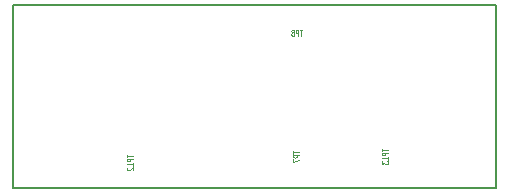
<source format=gbr>
G04 #@! TF.GenerationSoftware,KiCad,Pcbnew,(5.1.9)-1*
G04 #@! TF.CreationDate,2021-10-23T14:42:36-07:00*
G04 #@! TF.ProjectId,Buffer - Rev D,42756666-6572-4202-9d20-52657620442e,rev?*
G04 #@! TF.SameCoordinates,Original*
G04 #@! TF.FileFunction,Legend,Bot*
G04 #@! TF.FilePolarity,Positive*
%FSLAX46Y46*%
G04 Gerber Fmt 4.6, Leading zero omitted, Abs format (unit mm)*
G04 Created by KiCad (PCBNEW (5.1.9)-1) date 2021-10-23 14:42:36*
%MOMM*%
%LPD*%
G01*
G04 APERTURE LIST*
G04 #@! TA.AperFunction,Profile*
%ADD10C,0.200000*%
G04 #@! TD*
%ADD11C,0.063500*%
G04 APERTURE END LIST*
D10*
X126959360Y-92776040D02*
X126959360Y-108270040D01*
X167853360Y-92776040D02*
X126959360Y-92776040D01*
X167853360Y-108270040D02*
X167853360Y-92776040D01*
X126959360Y-108270040D02*
X167853360Y-108270040D01*
D11*
X151430445Y-94869549D02*
X151212731Y-94869549D01*
X151321588Y-95377549D02*
X151321588Y-94869549D01*
X151085731Y-95377549D02*
X151085731Y-94869549D01*
X150940588Y-94869549D01*
X150904302Y-94893740D01*
X150886160Y-94917930D01*
X150868017Y-94966311D01*
X150868017Y-95038882D01*
X150886160Y-95087263D01*
X150904302Y-95111454D01*
X150940588Y-95135644D01*
X151085731Y-95135644D01*
X150650302Y-95087263D02*
X150686588Y-95063073D01*
X150704731Y-95038882D01*
X150722874Y-94990501D01*
X150722874Y-94966311D01*
X150704731Y-94917930D01*
X150686588Y-94893740D01*
X150650302Y-94869549D01*
X150577731Y-94869549D01*
X150541445Y-94893740D01*
X150523302Y-94917930D01*
X150505160Y-94966311D01*
X150505160Y-94990501D01*
X150523302Y-95038882D01*
X150541445Y-95063073D01*
X150577731Y-95087263D01*
X150650302Y-95087263D01*
X150686588Y-95111454D01*
X150704731Y-95135644D01*
X150722874Y-95184025D01*
X150722874Y-95280787D01*
X150704731Y-95329168D01*
X150686588Y-95353359D01*
X150650302Y-95377549D01*
X150577731Y-95377549D01*
X150541445Y-95353359D01*
X150523302Y-95329168D01*
X150505160Y-95280787D01*
X150505160Y-95184025D01*
X150523302Y-95135644D01*
X150541445Y-95111454D01*
X150577731Y-95087263D01*
X136587169Y-105448825D02*
X136587169Y-105666540D01*
X137095169Y-105557682D02*
X136587169Y-105557682D01*
X137095169Y-105793540D02*
X136587169Y-105793540D01*
X136587169Y-105938682D01*
X136611360Y-105974968D01*
X136635550Y-105993111D01*
X136683931Y-106011254D01*
X136756502Y-106011254D01*
X136804883Y-105993111D01*
X136829074Y-105974968D01*
X136853264Y-105938682D01*
X136853264Y-105793540D01*
X137095169Y-106374111D02*
X137095169Y-106156397D01*
X137095169Y-106265254D02*
X136587169Y-106265254D01*
X136659740Y-106228968D01*
X136708121Y-106192682D01*
X136732312Y-106156397D01*
X136635550Y-106519254D02*
X136611360Y-106537397D01*
X136587169Y-106573682D01*
X136587169Y-106664397D01*
X136611360Y-106700682D01*
X136635550Y-106718825D01*
X136683931Y-106736968D01*
X136732312Y-106736968D01*
X136804883Y-106718825D01*
X137095169Y-106501111D01*
X137095169Y-106736968D01*
X158177169Y-104940825D02*
X158177169Y-105158540D01*
X158685169Y-105049682D02*
X158177169Y-105049682D01*
X158685169Y-105285540D02*
X158177169Y-105285540D01*
X158177169Y-105430682D01*
X158201360Y-105466968D01*
X158225550Y-105485111D01*
X158273931Y-105503254D01*
X158346502Y-105503254D01*
X158394883Y-105485111D01*
X158419074Y-105466968D01*
X158443264Y-105430682D01*
X158443264Y-105285540D01*
X158685169Y-105866111D02*
X158685169Y-105648397D01*
X158685169Y-105757254D02*
X158177169Y-105757254D01*
X158249740Y-105720968D01*
X158298121Y-105684682D01*
X158322312Y-105648397D01*
X158177169Y-105993111D02*
X158177169Y-106228968D01*
X158370693Y-106101968D01*
X158370693Y-106156397D01*
X158394883Y-106192682D01*
X158419074Y-106210825D01*
X158467455Y-106228968D01*
X158588407Y-106228968D01*
X158636788Y-106210825D01*
X158660979Y-106192682D01*
X158685169Y-106156397D01*
X158685169Y-106047540D01*
X158660979Y-106011254D01*
X158636788Y-105993111D01*
X150671469Y-105122254D02*
X150671469Y-105339968D01*
X151179469Y-105231111D02*
X150671469Y-105231111D01*
X151179469Y-105466968D02*
X150671469Y-105466968D01*
X150671469Y-105612111D01*
X150695660Y-105648397D01*
X150719850Y-105666540D01*
X150768231Y-105684682D01*
X150840802Y-105684682D01*
X150889183Y-105666540D01*
X150913374Y-105648397D01*
X150937564Y-105612111D01*
X150937564Y-105466968D01*
X150671469Y-105811682D02*
X150671469Y-106065682D01*
X151179469Y-105902397D01*
M02*

</source>
